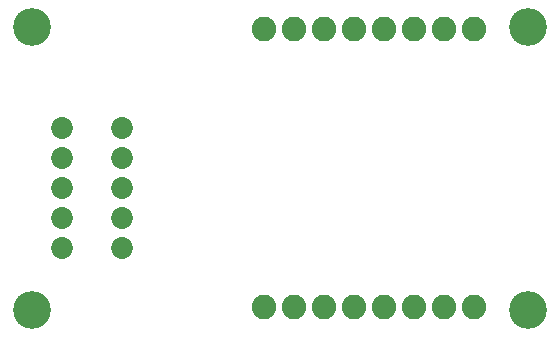
<source format=gbr>
G04 EAGLE Gerber RS-274X export*
G75*
%MOMM*%
%FSLAX34Y34*%
%LPD*%
%INSoldermask Bottom*%
%IPPOS*%
%AMOC8*
5,1,8,0,0,1.08239X$1,22.5*%
G01*
%ADD10C,3.203200*%
%ADD11C,2.082800*%
%ADD12C,1.853200*%


D10*
X40000Y40000D03*
X40000Y280000D03*
X460000Y280000D03*
X460000Y40000D03*
D11*
X236400Y277900D03*
X261800Y277900D03*
X287200Y277900D03*
X312600Y277900D03*
X338000Y277900D03*
X363400Y277900D03*
X388800Y277900D03*
X414200Y277900D03*
X236200Y43000D03*
X261600Y43000D03*
X287000Y43000D03*
X312400Y43000D03*
X337800Y43000D03*
X363200Y43000D03*
X388600Y43000D03*
X414000Y43000D03*
D12*
X65000Y193800D03*
X115800Y193800D03*
X65000Y168400D03*
X115800Y168400D03*
X65000Y143000D03*
X115800Y143000D03*
X65000Y117600D03*
X115800Y117600D03*
X65000Y92200D03*
X115800Y92200D03*
M02*

</source>
